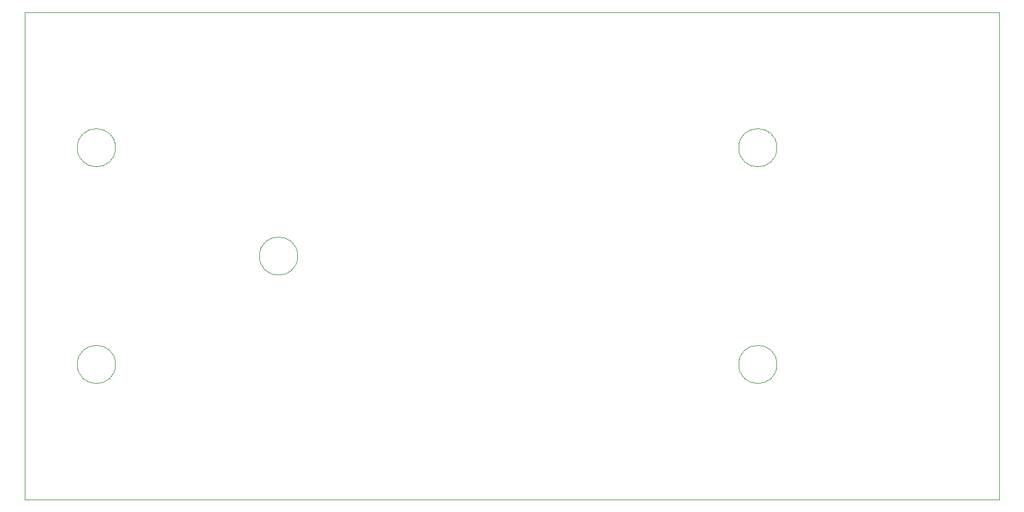
<source format=gbr>
%TF.GenerationSoftware,KiCad,Pcbnew,9.0.2*%
%TF.CreationDate,2025-09-29T18:54:40-03:00*%
%TF.ProjectId,Estacao_ControleIrrigacao,45737461-6361-46f5-9f43-6f6e74726f6c,rev?*%
%TF.SameCoordinates,Original*%
%TF.FileFunction,Profile,NP*%
%FSLAX46Y46*%
G04 Gerber Fmt 4.6, Leading zero omitted, Abs format (unit mm)*
G04 Created by KiCad (PCBNEW 9.0.2) date 2025-09-29 18:54:40*
%MOMM*%
%LPD*%
G01*
G04 APERTURE LIST*
%TA.AperFunction,Profile*%
%ADD10C,0.050000*%
%TD*%
G04 APERTURE END LIST*
D10*
X118720000Y-94500000D02*
G75*
G02*
X113240000Y-94500000I-2740000J0D01*
G01*
X113240000Y-94500000D02*
G75*
G02*
X118720000Y-94500000I2740000J0D01*
G01*
X187550000Y-78927156D02*
G75*
G02*
X182070000Y-78927156I-2740000J0D01*
G01*
X182070000Y-78927156D02*
G75*
G02*
X187550000Y-78927156I2740000J0D01*
G01*
X79500000Y-59500000D02*
X219500000Y-59500000D01*
X219500000Y-129500000D01*
X79500000Y-129500000D01*
X79500000Y-59500000D01*
X92560000Y-78927156D02*
G75*
G02*
X87080000Y-78927156I-2740000J0D01*
G01*
X87080000Y-78927156D02*
G75*
G02*
X92560000Y-78927156I2740000J0D01*
G01*
X187550000Y-110072845D02*
G75*
G02*
X182070000Y-110072845I-2740000J0D01*
G01*
X182070000Y-110072845D02*
G75*
G02*
X187550000Y-110072845I2740000J0D01*
G01*
X92560000Y-110072845D02*
G75*
G02*
X87080000Y-110072845I-2740000J0D01*
G01*
X87080000Y-110072845D02*
G75*
G02*
X92560000Y-110072845I2740000J0D01*
G01*
M02*

</source>
